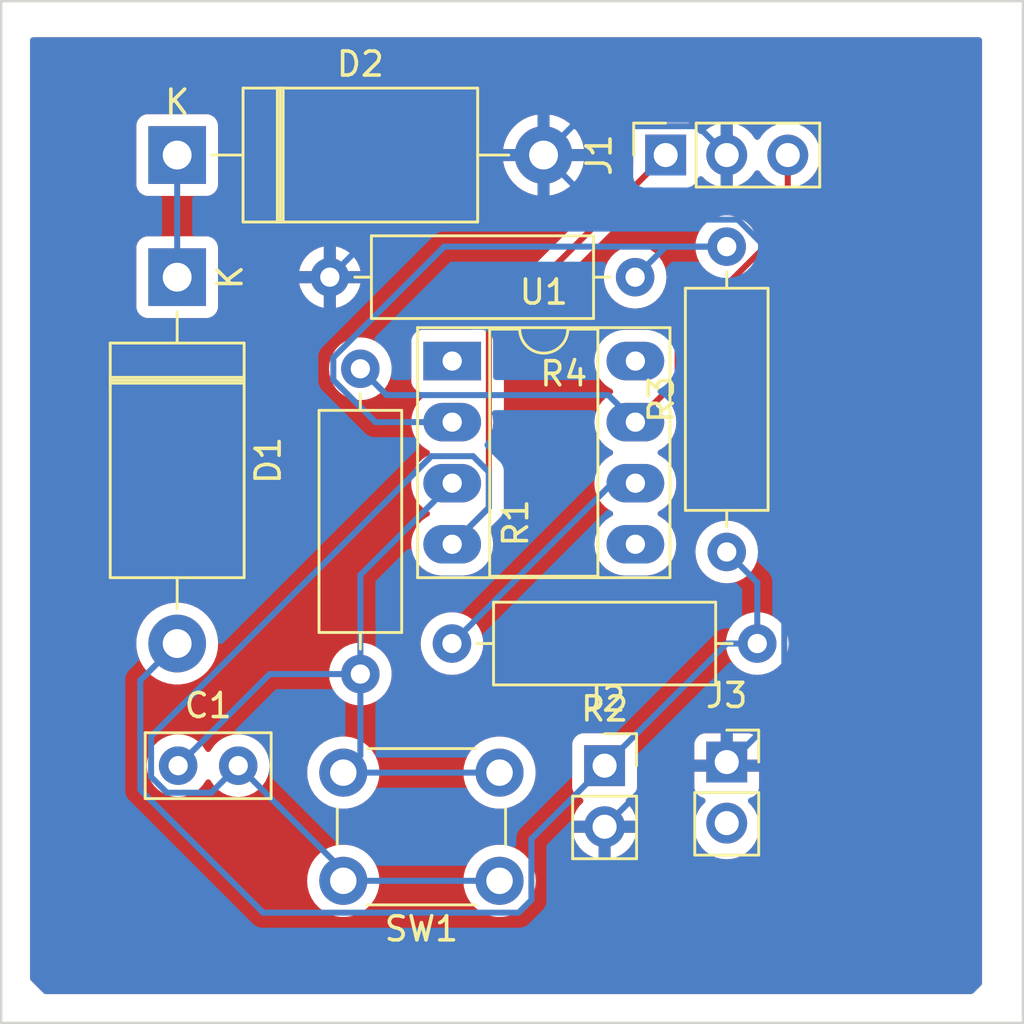
<source format=kicad_pcb>
(kicad_pcb (version 20221018) (generator pcbnew)
  (layers (0 "F.Cu" signal) (31 "B.Cu" signal) (34 "B.Paste" user) (35 "F.Paste" user) (36 "B.SilkS" user "B.Silkscreen") (37 "F.SilkS" user "F.Silkscreen") (38 "B.Mask" user) (39 "F.Mask" user) (44 "Edge.Cuts" user))
  (net 0 "")
  (net 1 "Net-(U1-+)")
  (net 2 "/-12V")
  (net 3 "Net-(D1-K)")
  (net 4 "/VOUT")
  (net 5 "GND")
  (net 6 "/+12V")
  (net 7 "Net-(J3-Pin_2)")
  (net 8 "Net-(R2-Pad2)")
  (net 9 "Net-(U1--)")
  (footprint "Package_DIP:DIP-8_W7.62mm_Socket_LongPads" (layer "F.Cu") (at 158.76 97.47)
    (fp_text reference "U1" (at 3.81 -2.87) (layer "F.SilkS"))
    (fp_text value "LM741")
    (fp_line (start -1.44 -1.39) (end -1.44 9.01) (stroke (width 0.12)) (layer "F.SilkS"))
    (fp_line (start -1.44 9.01) (end 9.06 9.01) (stroke (width 0.12)) (layer "F.SilkS"))
    (fp_line (start 1.56 -1.33) (end 1.56 8.95) (stroke (width 0.12)) (layer "F.SilkS"))
    (fp_line (start 1.56 8.95) (end 6.06 8.95) (stroke (width 0.12)) (layer "F.SilkS"))
    (fp_line (start 2.81 -1.33) (end 1.56 -1.33) (stroke (width 0.12)) (layer "F.SilkS"))
    (fp_line (start 6.06 -1.33) (end 4.81 -1.33) (stroke (width 0.12)) (layer "F.SilkS"))
    (fp_line (start 6.06 8.95) (end 6.06 -1.33) (stroke (width 0.12)) (layer "F.SilkS"))
    (fp_line (start 9.06 -1.39) (end -1.44 -1.39) (stroke (width 0.12)) (layer "F.SilkS"))
    (fp_line (start 9.06 9.01) (end 9.06 -1.39) (stroke (width 0.12)) (layer "F.SilkS"))
    (fp_arc (start 4.81 -1.33) (mid 3.81 -0.33) (end 2.81 -1.33) (stroke (width 0.12)) (layer "F.SilkS"))
    (pad "1" thru_hole rect (at 0 0) (size 2.4 1.6) (drill 0.8) (layers "*.Cu" "*.Mask"))
    (pad "2" thru_hole oval (at 0 2.54) (size 2.4 1.6) (drill 0.8) (layers "*.Cu" "*.Mask") (net 9 "Net-(U1--)"))
    (pad "3" thru_hole oval (at 0 5.08) (size 2.4 1.6) (drill 0.8) (layers "*.Cu" "*.Mask") (net 1 "Net-(U1-+)"))
    (pad "4" thru_hole oval (at 0 7.62) (size 2.4 1.6) (drill 0.8) (layers "*.Cu" "*.Mask") (net 2 "/-12V"))
    (pad "5" thru_hole oval (at 7.62 7.62) (size 2.4 1.6) (drill 0.8) (layers "*.Cu" "*.Mask"))
    (pad "6" thru_hole oval (at 7.62 5.08) (size 2.4 1.6) (drill 0.8) (layers "*.Cu" "*.Mask") (net 8 "Net-(R2-Pad2)"))
    (pad "7" thru_hole oval (at 7.62 2.54) (size 2.4 1.6) (drill 0.8) (layers "*.Cu" "*.Mask") (net 6 "/+12V"))
    (pad "8" thru_hole oval (at 7.62 0) (size 2.4 1.6) (drill 0.8) (layers "*.Cu" "*.Mask"))
  )
  (footprint "Connector_PinSocket_2.54mm:PinSocket_1x02_P2.54mm_Vertical" (layer "F.Cu") (at 170.18 114.15)
    (fp_text reference "J3" (at 0 -2.77) (layer "F.SilkS"))
    (fp_text value "Conn_01x02")
    (fp_line (start -1.33 1.27) (end -1.33 3.87) (stroke (width 0.12)) (layer "F.SilkS"))
    (fp_line (start -1.33 1.27) (end 1.33 1.27) (stroke (width 0.12)) (layer "F.SilkS"))
    (fp_line (start -1.33 3.87) (end 1.33 3.87) (stroke (width 0.12)) (layer "F.SilkS"))
    (fp_line (start 0 -1.33) (end 1.33 -1.33) (stroke (width 0.12)) (layer "F.SilkS"))
    (fp_line (start 1.33 -1.33) (end 1.33 0) (stroke (width 0.12)) (layer "F.SilkS"))
    (fp_line (start 1.33 1.27) (end 1.33 3.87) (stroke (width 0.12)) (layer "F.SilkS"))
    (pad "1" thru_hole rect (at 0 0) (size 1.7 1.7) (drill 1) (layers "*.Cu" "*.Mask") (net 5 "GND"))
    (pad "2" thru_hole oval (at 0 2.54) (size 1.7 1.7) (drill 1) (layers "*.Cu" "*.Mask") (net 7 "Net-(J3-Pin_2)"))
  )
  (footprint "Diode_THT:D_DO-27_P15.24mm_Horizontal" (layer "F.Cu") (at 147.32 88.9)
    (fp_text reference "D2" (at 7.62 -3.785) (layer "F.SilkS"))
    (fp_text value "D_Zener")
    (fp_text user "K" (at 0 -2.2) (layer "F.SilkS"))
    (fp_line (start 1.44 0) (end 2.74 0) (stroke (width 0.12)) (layer "F.SilkS"))
    (fp_line (start 2.74 -2.785) (end 2.74 2.785) (stroke (width 0.12)) (layer "F.SilkS"))
    (fp_line (start 2.74 2.785) (end 12.5 2.785) (stroke (width 0.12)) (layer "F.SilkS"))
    (fp_line (start 4.168 -2.785) (end 4.168 2.785) (stroke (width 0.12)) (layer "F.SilkS"))
    (fp_line (start 4.288 -2.785) (end 4.288 2.785) (stroke (width 0.12)) (layer "F.SilkS"))
    (fp_line (start 4.408 -2.785) (end 4.408 2.785) (stroke (width 0.12)) (layer "F.SilkS"))
    (fp_line (start 12.5 -2.785) (end 2.74 -2.785) (stroke (width 0.12)) (layer "F.SilkS"))
    (fp_line (start 12.5 2.785) (end 12.5 -2.785) (stroke (width 0.12)) (layer "F.SilkS"))
    (fp_line (start 13.8 0) (end 12.5 0) (stroke (width 0.12)) (layer "F.SilkS"))
    (pad "1" thru_hole rect (at 0 0) (size 2.4 2.4) (drill 1.2) (layers "*.Cu" "*.Mask") (net 3 "Net-(D1-K)"))
    (pad "2" thru_hole oval (at 15.24 0) (size 2.4 2.4) (drill 1.2) (layers "*.Cu" "*.Mask") (net 5 "GND"))
  )
  (footprint "Connector_PinSocket_2.54mm:PinSocket_1x02_P2.54mm_Vertical" (layer "F.Cu") (at 165.1 114.3)
    (fp_text reference "J2" (at 0 -2.77) (layer "F.SilkS"))
    (fp_text value "Conn_01x02")
    (fp_line (start -1.33 1.27) (end -1.33 3.87) (stroke (width 0.12)) (layer "F.SilkS"))
    (fp_line (start -1.33 1.27) (end 1.33 1.27) (stroke (width 0.12)) (layer "F.SilkS"))
    (fp_line (start -1.33 3.87) (end 1.33 3.87) (stroke (width 0.12)) (layer "F.SilkS"))
    (fp_line (start 0 -1.33) (end 1.33 -1.33) (stroke (width 0.12)) (layer "F.SilkS"))
    (fp_line (start 1.33 -1.33) (end 1.33 0) (stroke (width 0.12)) (layer "F.SilkS"))
    (fp_line (start 1.33 1.27) (end 1.33 3.87) (stroke (width 0.12)) (layer "F.SilkS"))
    (pad "1" thru_hole rect (at 0 0) (size 1.7 1.7) (drill 1) (layers "*.Cu" "*.Mask") (net 4 "/VOUT"))
    (pad "2" thru_hole oval (at 0 2.54) (size 1.7 1.7) (drill 1) (layers "*.Cu" "*.Mask") (net 5 "GND"))
  )
  (footprint "Resistor_THT:R_Axial_DIN0309_L9.0mm_D3.2mm_P12.70mm_Horizontal" (layer "F.Cu") (at 154.94 97.79 -90)
    (fp_text reference "R1" (at 6.41 -6.46 90) (layer "F.SilkS"))
    (fp_text value "R_Small")
    (fp_line (start 1.04 0) (end 1.73 0) (stroke (width 0.12)) (layer "F.SilkS"))
    (fp_line (start 1.73 -1.72) (end 1.73 1.72) (stroke (width 0.12)) (layer "F.SilkS"))
    (fp_line (start 1.73 1.72) (end 10.97 1.72) (stroke (width 0.12)) (layer "F.SilkS"))
    (fp_line (start 10.97 -1.72) (end 1.73 -1.72) (stroke (width 0.12)) (layer "F.SilkS"))
    (fp_line (start 10.97 1.72) (end 10.97 -1.72) (stroke (width 0.12)) (layer "F.SilkS"))
    (fp_line (start 11.66 0) (end 10.97 0) (stroke (width 0.12)) (layer "F.SilkS"))
    (pad "1" thru_hole circle (at 0 0 270) (size 1.6 1.6) (drill 0.8) (layers "*.Cu" "*.Mask") (net 6 "/+12V"))
    (pad "2" thru_hole oval (at 12.7 0 270) (size 1.6 1.6) (drill 0.8) (layers "*.Cu" "*.Mask") (net 1 "Net-(U1-+)"))
  )
  (footprint "Capacitor_THT:C_Disc_D5.0mm_W2.5mm_P2.50mm" (layer "F.Cu") (at 147.36 114.3)
    (fp_text reference "C1" (at 1.25 -2.5) (layer "F.SilkS"))
    (fp_text value "C_Small")
    (fp_line (start -1.37 -1.37) (end -1.37 1.37) (stroke (width 0.12)) (layer "F.SilkS"))
    (fp_line (start -1.37 -1.37) (end 3.87 -1.37) (stroke (width 0.12)) (layer "F.SilkS"))
    (fp_line (start -1.37 1.37) (end 3.87 1.37) (stroke (width 0.12)) (layer "F.SilkS"))
    (fp_line (start 3.87 -1.37) (end 3.87 1.37) (stroke (width 0.12)) (layer "F.SilkS"))
    (pad "1" thru_hole circle (at 0 0) (size 1.6 1.6) (drill 0.8) (layers "*.Cu" "*.Mask") (net 1 "Net-(U1-+)"))
    (pad "2" thru_hole circle (at 2.5 0) (size 1.6 1.6) (drill 0.8) (layers "*.Cu" "*.Mask") (net 2 "/-12V"))
  )
  (footprint "Button_Switch_THT:SW_PUSH_6mm_H5mm" (layer "F.Cu") (at 160.73 119.09 180)
    (fp_text reference "SW1" (at 3.25 -2) (layer "F.SilkS"))
    (fp_text value "SW_Push")
    (fp_line (start -0.25 1.5) (end -0.25 3) (stroke (width 0.12)) (layer "F.SilkS"))
    (fp_line (start 1 5.5) (end 5.5 5.5) (stroke (width 0.12)) (layer "F.SilkS"))
    (fp_line (start 5.5 -1) (end 1 -1) (stroke (width 0.12)) (layer "F.SilkS"))
    (fp_line (start 6.75 3) (end 6.75 1.5) (stroke (width 0.12)) (layer "F.SilkS"))
    (pad "1" thru_hole circle (at 0 0 270) (size 2 2) (drill 1.1) (layers "*.Cu" "*.Mask") (net 2 "/-12V"))
    (pad "1" thru_hole circle (at 6.5 0 270) (size 2 2) (drill 1.1) (layers "*.Cu" "*.Mask") (net 2 "/-12V"))
    (pad "2" thru_hole circle (at 0 4.5 270) (size 2 2) (drill 1.1) (layers "*.Cu" "*.Mask") (net 1 "Net-(U1-+)"))
    (pad "2" thru_hole circle (at 6.5 4.5 270) (size 2 2) (drill 1.1) (layers "*.Cu" "*.Mask") (net 1 "Net-(U1-+)"))
  )
  (footprint "Connector_PinSocket_2.54mm:PinSocket_1x03_P2.54mm_Vertical" (layer "F.Cu") (at 167.64 88.9 90)
    (fp_text reference "J1" (at 0 -2.77 90) (layer "F.SilkS"))
    (fp_text value "Conn_01x03")
    (fp_line (start -1.33 1.27) (end -1.33 6.41) (stroke (width 0.12)) (layer "F.SilkS"))
    (fp_line (start -1.33 1.27) (end 1.33 1.27) (stroke (width 0.12)) (layer "F.SilkS"))
    (fp_line (start -1.33 6.41) (end 1.33 6.41) (stroke (width 0.12)) (layer "F.SilkS"))
    (fp_line (start 0 -1.33) (end 1.33 -1.33) (stroke (width 0.12)) (layer "F.SilkS"))
    (fp_line (start 1.33 -1.33) (end 1.33 0) (stroke (width 0.12)) (layer "F.SilkS"))
    (fp_line (start 1.33 1.27) (end 1.33 6.41) (stroke (width 0.12)) (layer "F.SilkS"))
    (pad "1" thru_hole rect (at 0 0 90) (size 1.7 1.7) (drill 1) (layers "*.Cu" "*.Mask") (net 2 "/-12V"))
    (pad "2" thru_hole oval (at 0 2.54 90) (size 1.7 1.7) (drill 1) (layers "*.Cu" "*.Mask") (net 5 "GND"))
    (pad "3" thru_hole oval (at 0 5.08 90) (size 1.7 1.7) (drill 1) (layers "*.Cu" "*.Mask") (net 6 "/+12V"))
  )
  (footprint "Resistor_THT:R_Axial_DIN0309_L9.0mm_D3.2mm_P12.70mm_Horizontal" (layer "F.Cu") (at 171.45 109.22 180)
    (fp_text reference "R2" (at 6.35 -2.72) (layer "F.SilkS"))
    (fp_text value "R_Small")
    (fp_line (start 1.04 0) (end 1.73 0) (stroke (width 0.12)) (layer "F.SilkS"))
    (fp_line (start 1.73 -1.72) (end 1.73 1.72) (stroke (width 0.12)) (layer "F.SilkS"))
    (fp_line (start 1.73 1.72) (end 10.97 1.72) (stroke (width 0.12)) (layer "F.SilkS"))
    (fp_line (start 10.97 -1.72) (end 1.73 -1.72) (stroke (width 0.12)) (layer "F.SilkS"))
    (fp_line (start 10.97 1.72) (end 10.97 -1.72) (stroke (width 0.12)) (layer "F.SilkS"))
    (fp_line (start 11.66 0) (end 10.97 0) (stroke (width 0.12)) (layer "F.SilkS"))
    (pad "1" thru_hole circle (at 0 0 180) (size 1.6 1.6) (drill 0.8) (layers "*.Cu" "*.Mask") (net 4 "/VOUT"))
    (pad "2" thru_hole oval (at 12.7 0 180) (size 1.6 1.6) (drill 0.8) (layers "*.Cu" "*.Mask") (net 8 "Net-(R2-Pad2)"))
  )
  (footprint "Diode_THT:D_DO-27_P15.24mm_Horizontal" (layer "F.Cu") (at 147.32 93.98 -90)
    (fp_text reference "D1" (at 7.62 -3.785 90) (layer "F.SilkS"))
    (fp_text value "D_Zener")
    (fp_text user "K" (at 0 -2.2 90) (layer "F.SilkS"))
    (fp_line (start 1.44 0) (end 2.74 0) (stroke (width 0.12)) (layer "F.SilkS"))
    (fp_line (start 2.74 -2.785) (end 2.74 2.785) (stroke (width 0.12)) (layer "F.SilkS"))
    (fp_line (start 2.74 2.785) (end 12.5 2.785) (stroke (width 0.12)) (layer "F.SilkS"))
    (fp_line (start 4.168 -2.785) (end 4.168 2.785) (stroke (width 0.12)) (layer "F.SilkS"))
    (fp_line (start 4.288 -2.785) (end 4.288 2.785) (stroke (width 0.12)) (layer "F.SilkS"))
    (fp_line (start 4.408 -2.785) (end 4.408 2.785) (stroke (width 0.12)) (layer "F.SilkS"))
    (fp_line (start 12.5 -2.785) (end 2.74 -2.785) (stroke (width 0.12)) (layer "F.SilkS"))
    (fp_line (start 12.5 2.785) (end 12.5 -2.785) (stroke (width 0.12)) (layer "F.SilkS"))
    (fp_line (start 13.8 0) (end 12.5 0) (stroke (width 0.12)) (layer "F.SilkS"))
    (pad "1" thru_hole rect (at 0 0 270) (size 2.4 2.4) (drill 1.2) (layers "*.Cu" "*.Mask") (net 3 "Net-(D1-K)"))
    (pad "2" thru_hole oval (at 15.24 0 270) (size 2.4 2.4) (drill 1.2) (layers "*.Cu" "*.Mask") (net 4 "/VOUT"))
  )
  (footprint "Resistor_THT:R_Axial_DIN0309_L9.0mm_D3.2mm_P12.70mm_Horizontal" (layer "F.Cu") (at 170.18 105.41 90)
    (fp_text reference "R3" (at 6.35 -2.72 90) (layer "F.SilkS"))
    (fp_text value "R_Small")
    (fp_line (start 1.04 0) (end 1.73 0) (stroke (width 0.12)) (layer "F.SilkS"))
    (fp_line (start 1.73 -1.72) (end 1.73 1.72) (stroke (width 0.12)) (layer "F.SilkS"))
    (fp_line (start 1.73 1.72) (end 10.97 1.72) (stroke (width 0.12)) (layer "F.SilkS"))
    (fp_line (start 10.97 -1.72) (end 1.73 -1.72) (stroke (width 0.12)) (layer "F.SilkS"))
    (fp_line (start 10.97 1.72) (end 10.97 -1.72) (stroke (width 0.12)) (layer "F.SilkS"))
    (fp_line (start 11.66 0) (end 10.97 0) (stroke (width 0.12)) (layer "F.SilkS"))
    (pad "1" thru_hole circle (at 0 0 90) (size 1.6 1.6) (drill 0.8) (layers "*.Cu" "*.Mask") (net 4 "/VOUT"))
    (pad "2" thru_hole oval (at 12.7 0 90) (size 1.6 1.6) (drill 0.8) (layers "*.Cu" "*.Mask") (net 9 "Net-(U1--)"))
  )
  (footprint "Resistor_THT:R_Axial_DIN0309_L9.0mm_D3.2mm_P12.70mm_Horizontal" (layer "F.Cu") (at 166.37 93.98 180)
    (fp_text reference "R4" (at 2.97 -4.02) (layer "F.SilkS"))
    (fp_text value "R_Small")
    (fp_line (start 1.04 0) (end 1.73 0) (stroke (width 0.12)) (layer "F.SilkS"))
    (fp_line (start 1.73 -1.72) (end 1.73 1.72) (stroke (width 0.12)) (layer "F.SilkS"))
    (fp_line (start 1.73 1.72) (end 10.97 1.72) (stroke (width 0.12)) (layer "F.SilkS"))
    (fp_line (start 10.97 -1.72) (end 1.73 -1.72) (stroke (width 0.12)) (layer "F.SilkS"))
    (fp_line (start 10.97 1.72) (end 10.97 -1.72) (stroke (width 0.12)) (layer "F.SilkS"))
    (fp_line (start 11.66 0) (end 10.97 0) (stroke (width 0.12)) (layer "F.SilkS"))
    (pad "1" thru_hole circle (at 0 0 180) (size 1.6 1.6) (drill 0.8) (layers "*.Cu" "*.Mask") (net 9 "Net-(U1--)"))
    (pad "2" thru_hole oval (at 12.7 0 180) (size 1.6 1.6) (drill 0.8) (layers "*.Cu" "*.Mask") (net 5 "GND"))
  )
  (gr_rect (start 140 82.5) (end 182.5 125) (stroke (width 0.1)) (fill none) (layer "Edge.Cuts"))
  (segment (start 154.23 114.59) (end 160.73 114.59) (width 0.25) (layer "B.Cu") (net 1))
  (segment (start 154.94 113.88) (end 154.23 114.59) (width 0.25) (layer "B.Cu") (net 1))
  (segment (start 147.36 114.3) (end 147.32 114.3) (width 0.25) (layer "B.Cu") (net 1))
  (segment (start 154.94 106.37) (end 158.76 102.55) (width 0.25) (layer "B.Cu") (net 1))
  (segment (start 154.94 110.49) (end 154.94 106.37) (width 0.25) (layer "B.Cu") (net 1))
  (segment (start 151.17 110.49) (end 154.94 110.49) (width 0.25) (layer "B.Cu") (net 1))
  (segment (start 154.94 110.49) (end 154.94 113.88) (width 0.25) (layer "B.Cu") (net 1))
  (segment (start 147.36 114.3) (end 151.17 110.49) (width 0.25) (layer "B.Cu") (net 1))
  (segment (start 160.285 103.565) (end 158.76 105.09) (width 0.25) (layer "F.Cu") (net 2))
  (segment (start 160.285 96.255) (end 160.285 103.565) (width 0.25) (layer "F.Cu") (net 2))
  (segment (start 167.64 88.9) (end 160.285 96.255) (width 0.25) (layer "F.Cu") (net 2))
  (segment (start 146.894009 115.425) (end 146.235 114.765991) (width 0.25) (layer "B.Cu") (net 2))
  (segment (start 146.235 114.765991) (end 146.235 113.08401) (width 0.25) (layer "B.Cu") (net 2))
  (segment (start 160.285 102.08401) (end 160.285 103.565) (width 0.25) (layer "B.Cu") (net 2))
  (segment (start 154.23 118.67) (end 154.23 119.09) (width 0.25) (layer "B.Cu") (net 2))
  (segment (start 149.86 114.3) (end 148.735 115.425) (width 0.25) (layer "B.Cu") (net 2))
  (segment (start 154.23 119.09) (end 160.73 119.09) (width 0.25) (layer "B.Cu") (net 2))
  (segment (start 146.235 113.08401) (end 157.89401 101.425) (width 0.25) (layer "B.Cu") (net 2))
  (segment (start 149.86 114.3) (end 154.23 118.67) (width 0.25) (layer "B.Cu") (net 2))
  (segment (start 160.285 103.565) (end 158.76 105.09) (width 0.25) (layer "B.Cu") (net 2))
  (segment (start 148.735 115.425) (end 146.894009 115.425) (width 0.25) (layer "B.Cu") (net 2))
  (segment (start 159.62599 101.425) (end 160.285 102.08401) (width 0.25) (layer "B.Cu") (net 2))
  (segment (start 157.89401 101.425) (end 159.62599 101.425) (width 0.25) (layer "B.Cu") (net 2))
  (segment (start 147.32 93.98) (end 147.32 88.9) (width 0.25) (layer "B.Cu") (net 3))
  (segment (start 161.525 120.415) (end 150.895 120.415) (width 0.25) (layer "B.Cu") (net 4))
  (segment (start 150.895 120.415) (end 145.785 115.305) (width 0.25) (layer "B.Cu") (net 4))
  (segment (start 162.055 117.345) (end 162.055 119.885) (width 0.25) (layer "B.Cu") (net 4))
  (segment (start 165.1 114.3) (end 162.055 117.345) (width 0.25) (layer "B.Cu") (net 4))
  (segment (start 170.18 109.22) (end 165.1 114.3) (width 0.25) (layer "B.Cu") (net 4))
  (segment (start 162.055 119.885) (end 161.525 120.415) (width 0.25) (layer "B.Cu") (net 4))
  (segment (start 171.45 106.68) (end 170.18 105.41) (width 0.25) (layer "B.Cu") (net 4))
  (segment (start 145.785 110.755) (end 147.32 109.22) (width 0.25) (layer "B.Cu") (net 4))
  (segment (start 171.45 109.22) (end 171.45 106.68) (width 0.25) (layer "B.Cu") (net 4))
  (segment (start 171.45 109.22) (end 170.18 109.22) (width 0.25) (layer "B.Cu") (net 4))
  (segment (start 145.785 115.305) (end 145.785 110.755) (width 0.25) (layer "B.Cu") (net 4))
  (segment (start 162.56 88.9) (end 165.245 91.585) (width 0.25) (layer "B.Cu") (net 5))
  (segment (start 153.67 93.98) (end 158.75 88.9) (width 0.25) (layer "B.Cu") (net 5))
  (segment (start 172.575 111.905) (end 170.18 114.3) (width 0.25) (layer "B.Cu") (net 5))
  (segment (start 172.575 93.514009) (end 172.575 111.905) (width 0.25) (layer "B.Cu") (net 5))
  (segment (start 168.98 87.7) (end 170.18 88.9) (width 0.25) (layer "B.Cu") (net 5))
  (segment (start 167.64 114.3) (end 170.18 114.3) (width 0.25) (layer "B.Cu") (net 5))
  (segment (start 165.245 91.585) (end 170.645991 91.585) (width 0.25) (layer "B.Cu") (net 5))
  (segment (start 163.76 87.7) (end 168.98 87.7) (width 0.25) (layer "B.Cu") (net 5))
  (segment (start 158.75 88.9) (end 162.56 88.9) (width 0.25) (layer "B.Cu") (net 5))
  (segment (start 162.56 88.9) (end 163.76 87.7) (width 0.25) (layer "B.Cu") (net 5))
  (segment (start 165.1 116.84) (end 167.64 114.3) (width 0.25) (layer "B.Cu") (net 5))
  (segment (start 170.645991 91.585) (end 172.575 93.514009) (width 0.25) (layer "B.Cu") (net 5))
  (segment (start 168.135991 96.345) (end 168.135991 98.254009) (width 0.25) (layer "F.Cu") (net 6))
  (segment (start 172.72 91.760991) (end 168.135991 96.345) (width 0.25) (layer "F.Cu") (net 6))
  (segment (start 168.135991 98.254009) (end 166.38 100.01) (width 0.25) (layer "F.Cu") (net 6))
  (segment (start 172.72 88.9) (end 172.72 91.760991) (width 0.25) (layer "F.Cu") (net 6))
  (segment (start 154.94 97.79) (end 156.035 98.885) (width 0.25) (layer "B.Cu") (net 6))
  (segment (start 165.255 98.885) (end 166.38 100.01) (width 0.25) (layer "B.Cu") (net 6))
  (segment (start 156.035 98.885) (end 165.255 98.885) (width 0.25) (layer "B.Cu") (net 6))
  (segment (start 165.42 102.55) (end 166.38 102.55) (width 0.25) (layer "B.Cu") (net 8))
  (segment (start 158.75 109.22) (end 165.42 102.55) (width 0.25) (layer "B.Cu") (net 8))
  (segment (start 153.815 98.255991) (end 155.569009 100.01) (width 0.25) (layer "B.Cu") (net 9))
  (segment (start 155.569009 100.01) (end 158.76 100.01) (width 0.25) (layer "B.Cu") (net 9))
  (segment (start 153.815 97.324009) (end 153.815 98.255991) (width 0.25) (layer "B.Cu") (net 9))
  (segment (start 158.429009 92.71) (end 153.815 97.324009) (width 0.25) (layer "B.Cu") (net 9))
  (segment (start 170.18 92.71) (end 158.429009 92.71) (width 0.25) (layer "B.Cu") (net 9))
  (segment (start 170.18 92.71) (end 167.64 92.71) (width 0.25) (layer "B.Cu") (net 9))
  (segment (start 167.64 92.71) (end 166.37 93.98) (width 0.25) (layer "B.Cu") (net 9))
  (zone (net 5) (net_name "GND") (layers "F&B.Cu") (connect_pads (clearance 0.5)) (min_thickness 0.25) (fill yes (thermal_gap 0.5) (thermal_bridge_width 0.5))
    (polygon (pts (xy 141.2 84) (xy 180.8 84) (xy 180.8 123.4) (xy 180.4 123.8) (xy 141.8 123.8) (xy 141.2 123.2)))
  )
)
</source>
